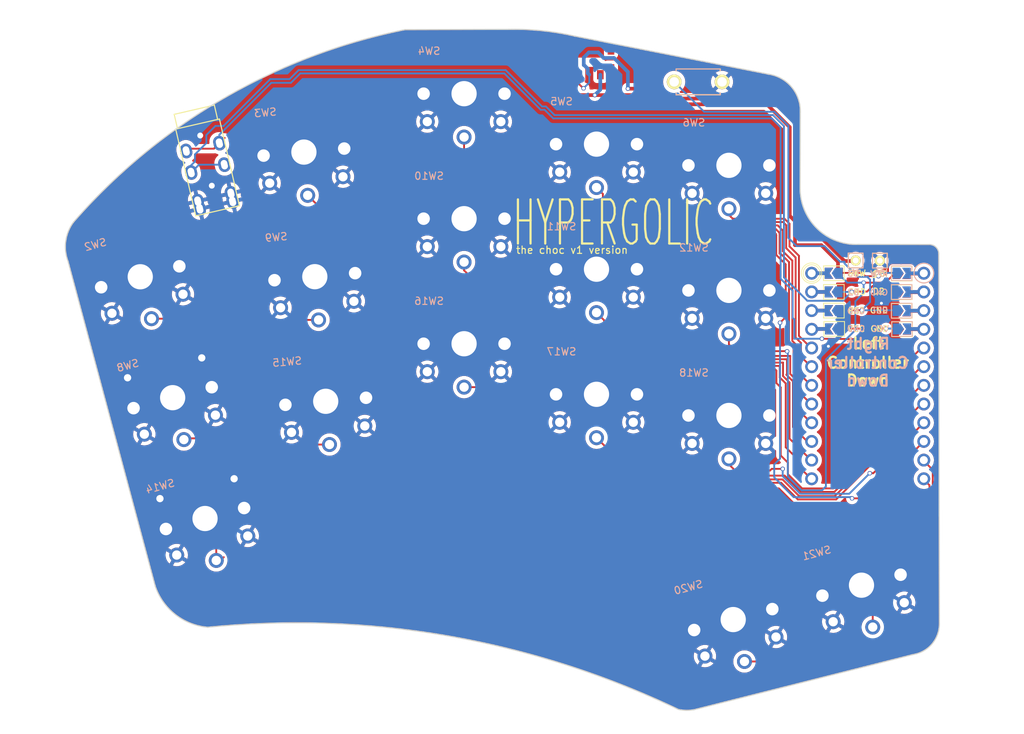
<source format=kicad_pcb>
(kicad_pcb (version 20240108) (generator "pcbnew") (generator_version "8.0")
  (title_block (title "hypergolic") (date "2020-12-26") (rev "0.1") (company "broomlabs"))
  (layers (0 "F.Cu" signal) (31 "B.Cu" signal) (34 "B.Paste" user) (35 "F.Paste" user) (36 "B.SilkS" user "B.Silkscreen") (37 "F.SilkS" user "F.Silkscreen") (38 "B.Mask" user) (39 "F.Mask" user) (44 "Edge.Cuts" user))
  (net 0 "")
  (net 1 "reset")
  (net 2 "BT+")
  (net 3 "gnd")
  (net 4 "vcc")
  (net 5 "Switch18")
  (net 6 "Switch1")
  (net 7 "Switch2")
  (net 8 "Switch3")
  (net 9 "Switch4")
  (net 10 "Switch5")
  (net 11 "Switch6")
  (net 12 "Switch7")
  (net 13 "Switch8")
  (net 14 "Switch9")
  (net 15 "Switch10")
  (net 16 "Switch11")
  (net 17 "Switch12")
  (net 18 "Switch13")
  (net 19 "Switch14")
  (net 20 "Switch15")
  (net 21 "Switch16")
  (net 22 "Switch17")
  (net 23 "Net-(SW_POWER1-Pad1)")
  (net 24 "raw")
  (footprint "kbd:1pin_conn" (layer "F.Cu") (at 136.01 55.8)
    (property "Reference" "gnd")
    (property "Value" "MountingHole_Pad" (hide yes))
  )
  (footprint "kbd:ResetSW" (layer "F.Cu") (at 111.304 31.496)
    (property "Reference" "RSW1" (hide yes))
    (property "Value" "SW_Push" (hide yes))
  )
  (footprint "Kailh:SW_PG1350_rev_DPB2.1" (layer "F.Cu") (at 35.474366 57.988723 15)
    (property "Reference" "SW2" (hide yes))
    (property "Value" "SW_Push" (hide yes))
  )
  (footprint "Kailh:SW_PG1350_rev_DPB2.1" (layer "F.Cu") (at 57.719643 41.041588 5)
    (property "Reference" "SW3" (hide yes))
    (property "Value" "SW_Push" (hide yes))
  )
  (footprint "Kailh:SW_PG1350_rev_DPB2.1" (layer "F.Cu") (at 79.492 33.102)
    (property "Reference" "SW4" (hide yes))
    (property "Value" "SW_Push" (hide yes))
  )
  (footprint "Kailh:SW_PG1350_rev_DPB2.1" (layer "F.Cu") (at 97.492 39.962)
    (property "Reference" "SW5" (hide yes))
    (property "Value" "SW_Push" (hide yes))
  )
  (footprint "Kailh:SW_PG1350_rev_DPB2.1" (layer "F.Cu") (at 115.492 42.842)
    (property "Reference" "SW6" (hide yes))
    (property "Value" "SW_Push" (hide yes))
  )
  (footprint "Kailh:SW_PG1350_rev_DPB" (layer "F.Cu") (at 39.878 74.423309 15)
    (property "Reference" "SW8" (hide yes))
    (property "Value" "SW_Push" (hide yes))
  )
  (footprint "Kailh:SW_PG1350_rev_DPB2.1" (layer "F.Cu") (at 59.201231 57.97691 5)
    (property "Reference" "SW9" (hide yes))
    (property "Value" "SW_Push" (hide yes))
  )
  (footprint "Kailh:SW_PG1350_rev_DPB2.1" (layer "F.Cu") (at 79.492 50.092)
    (property "Reference" "SW10" (hide yes))
    (property "Value" "SW_Push" (hide yes))
  )
  (footprint "Kailh:SW_PG1350_rev_DPB2.1" (layer "F.Cu") (at 97.492 56.962)
    (property "Reference" "SW11" (hide yes))
    (property "Value" "SW_Push" (hide yes))
  )
  (footprint "Kailh:SW_PG1350_rev_DPB2.1" (layer "F.Cu") (at 115.492 59.842)
    (property "Reference" "SW12" (hide yes))
    (property "Value" "SW_Push" (hide yes))
  )
  (footprint "Kailh:SW_PG1350_rev_DPB" (layer "F.Cu") (at 44.279376 90.849566 15)
    (property "Reference" "SW14" (hide yes))
    (property "Value" "SW_Push" (hide yes))
  )
  (footprint "Kailh:SW_PG1350_rev_DPB2.1" (layer "F.Cu") (at 60.683304 74.917124 5)
    (property "Reference" "SW15" (hide yes))
    (property "Value" "SW_Push" (hide yes))
  )
  (footprint "Kailh:SW_PG1350_rev_DPB2.1" (layer "F.Cu") (at 79.492 67.092)
    (property "Reference" "SW16" (hide yes))
    (property "Value" "SW_Push" (hide yes))
  )
  (footprint "Kailh:SW_PG1350_rev_DPB2.1" (layer "F.Cu") (at 97.492 73.967)
    (property "Reference" "SW17" (hide yes))
    (property "Value" "SW_Push" (hide yes))
  )
  (footprint "Kailh:SW_PG1350_rev_DPB2.1" (layer "F.Cu") (at 115.492 76.842)
    (property "Reference" "SW18" (hide yes))
    (property "Value" "SW_Push" (hide yes))
  )
  (footprint "Kailh:SW_PG1350_rev_DPB2.1" (layer "F.Cu") (at 116.07677 104.584857 15)
    (property "Reference" "SW20" (hide yes))
    (property "Value" "SW_Push" (hide yes))
  )
  (footprint "Kailh:SW_PG1350_rev_DPB2.1" (layer "F.Cu") (at 133.511731 99.913172 15)
    (property "Reference" "SW21" (hide yes))
    (property "Value" "SW_Push" (hide yes))
  )
  (footprint "kbd:ProMicroSimpleJumperDPBnn2.5" (layer "F.Cu") (at 136.39 69.44935)
    (property "Reference" "U1" (hide yes))
    (property "Value" "ProMicro-kbd" (hide yes))
  )
  (footprint "kbd:1pin_conn" (layer "F.Cu") (at 132.72 55.78)
    (property "Reference" "+")
    (property "Value" "Val**" (hide yes))
  )
  (footprint "Kailh:SPDT_C128955r" (layer "F.Cu") (at 95.76 28.445)
    (property "Reference" "SW_POWER1" (hide yes))
    (property "Value" "SW_SPDT" (hide yes))
  )
  (footprint "Kailh:TRRS-PJ-DPB2" (layer "F.Cu") (at 43.265421 37.230417 13)
    (property "Reference" "Jack0" (hide yes))
    (property "Value" "TRRS" (hide yes))
  )
  (gr_circle (center 141.988431 57.49) (end 143.318431 57.34) (stroke (width 0.15)) (fill none) (layer "B.SilkS"))
  (gr_circle (center 126.72 57.495976) (end 128.082366 57.750708) (stroke (width 0.1)) (fill none) (layer "F.SilkS"))
  (gr_circle (center 126.73 57.502366) (end 127.872366 57.502366) (stroke (width 0.1)) (fill none) (layer "F.SilkS"))
  (gr_line (start 142.668156 53.604895) (end 133.049932 53.588662) (stroke (width 0.15)) (layer "Edge.Cuts"))
  (gr_line (start 125.176073 46.117042) (end 125.2 35.6) (stroke (width 0.15)) (layer "Edge.Cuts"))
  (gr_arc (start 25.654 55.88) (mid 25.34959 53.115084) (end 26.416 50.546) (stroke (width 0.15)) (layer "Edge.Cuts"))
  (gr_arc (start 44.658948 105.635228) (mid 40.250001 103.9) (end 37.508948 100.035228) (stroke (width 0.15)) (layer "Edge.Cuts"))
  (gr_arc (start 120.907799 30.45543) (mid 124.025178 32.217361) (end 125.2 35.6) (stroke (width 0.15)) (layer "Edge.Cuts"))
  (gr_arc (start 133.049932 53.588662) (mid 127.55 51.5) (end 125.176073 46.117042) (stroke (width 0.15)) (layer "Edge.Cuts"))
  (gr_line (start 85.597472 24.359567) (end 71.45 24.4) (stroke (width 0.15)) (layer "Edge.Cuts"))
  (gr_arc (start 144.103597 105.244622) (mid 143.05 107.95) (end 140.503597 109.344622) (stroke (width 0.15)) (layer "Edge.Cuts"))
  (gr_arc (start 44.658948 105.635228) (mid 77.411516 106.826288) (end 108.630014 116.804) (stroke (width 0.15)) (layer "Edge.Cuts"))
  (gr_arc (start 26.416 50.546) (mid 46.775378 33.756701) (end 71.45 24.4) (stroke (width 0.15)) (layer "Edge.Cuts"))
  (gr_line (start 144.103597 105.244622) (end 144.018 54.882422) (stroke (width 0.15)) (layer "Edge.Cuts"))
  (gr_arc (start 85.597472 24.359567) (mid 90.089815 24.540232) (end 94.525607 25.273399) (stroke (width 0.15)) (layer "Edge.Cuts"))
  (gr_line (start 110.744 116.84) (end 140.503597 109.344622) (stroke (width 0.15)) (layer "Edge.Cuts"))
  (gr_line (start 120.907799 30.45543) (end 94.525607 25.273399) (stroke (width 0.15)) (layer "Edge.Cuts"))
  (gr_arc (start 142.668156 53.604895) (mid 143.621004 53.95) (end 144.018 54.882422) (stroke (width 0.15)) (layer "Edge.Cuts"))
  (gr_arc (start 110.744 116.84) (mid 109.685261 116.924509) (end 108.630014 116.804) (stroke (width 0.15)) (layer "Edge.Cuts"))
  (gr_line (start 25.654 55.88) (end 37.508948 100.035228) (stroke (width 0.15)) (layer "Edge.Cuts"))
  (gr_text "Controller\nDown" (at 134.37 70.9 0) (layer "B.SilkS") (effects (font (size 1.5 1.5) (thickness 0.3)) (justify mirror)))
  (gr_text "Right" (at 134.44 67.11 0) (layer "B.SilkS") (effects (font (size 1.5 1.5) (thickness 0.3)) (justify mirror)))
  (gr_text "Controller\nDown" (at 134.38 70.88 0) (layer "F.SilkS") (effects (font (size 1.5 1.5) (thickness 0.3))))
  (gr_text "HYPERGOLIC" (at 85.9 50.71 0) (layer "F.SilkS") (effects (font (size 6 3) (thickness 0.3) (bold yes)) (justify left)))
  (gr_text "Left" (at 134.44 67.02 0) (layer "F.SilkS") (effects (font (size 1.5 1.5) (thickness 0.3))))
  (gr_text "the choc v1 version" (at 86.47 54.94 0) (layer "F.SilkS") (effects (font (size 1 1)) (justify left bottom)))
  (segment (start 133.56 62.54) (end 130.32 62.54) (width 0.25) (layer "F.Cu") (net 1))
  (via (at 133.56 62.54) (size 0.6) (drill 0.4) (layers "F.Cu" "B.Cu") (net 1))
  (segment (start 134.685 58.385) (end 134.685 61.415) (width 0.25) (layer "B.Cu") (net 1))
  (segment (start 123.57 37.464) (end 123.57 52.6926) (width 0.25) (layer "B.Cu") (net 1))
  (segment (start 134.4 57.996942) (end 134.4 58.1) (width 0.25) (layer "B.Cu") (net 1))
  (segment (start 131.2 56.17) (end 133.026942 57.996942) (width 0.25) (layer "B.Cu") (net 1))
  (segment (start 108.054 31.496) (end 112.118 35.56) (width 0.25) (layer "B.Cu") (net 1))
  (segment (start 133.56 62.54) (end 138.07 62.54) (width 0.25) (layer "B.Cu") (net 1))
  (segment (start 134.4 58.1) (end 134.685 58.385) (width 0.25) (layer "B.Cu") (net 1))
  (segment (start 131.2 55.95) (end 131.2 56.17) (width 0.25) (layer "B.Cu") (net 1))
  (segment (start 134.685 61.415) (end 133.56 62.54) (width 0.25) (layer "B.Cu") (net 1))
  (segment (start 123.57 52.6926) (end 124.6987 53.8213) (width 0.25) (layer "B.Cu") (net 1))
  (segment (start 130.617342 55.95) (end 131.2 55.95) (width 0.25) (layer "B.Cu") (net 1))
  (segment (start 124.6987 53.8213) (end 128.488642 53.8213) (width 0.25) (layer "B.Cu") (net 1))
  (segment (start 121.666 35.56) (end 123.57 37.464) (width 0.25) (layer "B.Cu") (net 1))
  (segment (start 133.026942 57.996942) (end 134.4 57.996942) (width 0.25) (layer "B.Cu") (net 1))
  (segment (start 128.488642 53.8213) (end 130.617342 55.95) (width 0.25) (layer "B.Cu") (net 1))
  (segment (start 112.118 35.56) (end 121.666 35.56) (width 0.25) (layer "B.Cu") (net 1))
  (segment (start 95.01 30.52) (end 95.01 31.69) (width 0.25) (layer "F.Cu") (net 2))
  (segment (start 95.73 32.41) (end 95.7 32.38) (width 0.25) (layer "F.Cu") (net 2))
  (segment (start 106.95401 33.76199) (end 122.40799 33.76199) (width 0.5) (layer "F.Cu") (net 2))
  (segment (start 95.01 31.69) (end 95.69 32.37) (width 0.25) (layer "F.Cu") (net 2))
  (segment (start 95.73 32.37) (end 95.73 32.41) (width 0.25) (layer "F.Cu") (net 2))
  (segment (start 105.611353 32.419333) (end 106.95401 33.76199) (width 0.5) (layer "F.Cu") (net 2))
  (segment (start 131.19995 55.85) (end 132.246 55.85) (width 0.5) (layer "F.Cu") (net 2))
  (segment (start 122.40799 33.76199) (end 124.46 35.814) (width 0.5) (layer "F.Cu") (net 2))
  (segment (start 124.46 49.11005) (end 131.19995 55.85) (width 0.5) (layer "F.Cu") (net 2))
  (segment (start 101.761333 32.419333) (end 105.611353 32.419333) (width 0.5) (layer "F.Cu") (net 2))
  (segment (start 95.69 32.37) (end 95.73 32.37) (width 0.25) (layer "F.Cu") (net 2))
  (segment (start 124.46 35.814) (end 124.46 49.11005) (width 0.5) (layer "F.Cu") (net 2))
  (via (at 95.73 32.37) (size 0.6) (drill 0.4) (layers "F.Cu" "B.Cu") (net 2))
  (via (at 101.761333 32.419333) (size 0.6) (drill 0.4) (layers "F.Cu" "B.Cu") (net 2))
  (segment (start 101.761333 32.419333) (end 101.761333 30.141331) (width 0.5) (layer "B.Cu") (net 2))
  (segment (start 96.454 27.498) (end 95.758 28.194) (width 0.5) (layer "B.Cu") (net 2))
  (segment (start 96.508 31.592) (end 95.73 32.37) (width 0.25) (layer "B.Cu") (net 2))
  (segment (start 101.761333 30.141331) (end 99.868003 28.248001) (width 0.5) (layer "B.Cu") (net 2))
  (segment (start 99.868003 28.248001) (end 98.464003 28.248001) (width 0.5) (layer "B.Cu") (net 2))
  (segment (start 95.758 28.194) (end 95.758 29.21) (width 0.5) (layer "B.Cu") (net 2))
  (segment (start 95.758 29.21) (end 95.8 29.21) (width 0.5) (layer "B.Cu") (net 2))
  (segment (start 96.508 30.523) (end 96.508 31.592) (width 0.25) (layer "B.Cu") (net 2))
  (segment (start 98.464003 28.248001) (end 97.714002 27.498) (width 0.5) (layer "B.Cu") (net 2))
  (segment (start 97.714002 27.498) (end 96.454 27.498) (width 0.5) (layer "B.Cu") (net 2))
  (segment (start 95.8 29.21) (end 96.308 29.718) (width 0.5) (layer "B.Cu") (net 2))
  (segment (start 96.308 29.718) (end 96.308 30.323) (width 0.5) (layer "B.Cu") (net 2))
  (segment (start 96.308 30.323) (end 96.508 30.523) (width 0.5) (layer "B.Cu") (net 2))
  (segment (start 96.432999 30.447999) (end 96.508 30.523) (width 0.25) (layer "B.Cu") (net 2))
  (segment (start 135.52435 67.9) (end 138.305 65.11935) (width 0.25) (layer "F.Cu") (net 3))
  (segment (start 129.47 67.9) (end 135.52435 67.9) (width 0.25) (layer "F.Cu") (net 3))
  (segment (start 129.01 67.44) (end 129.47 67.9) (width 0.25) (layer "F.Cu") (net 3))
  (segment (start 136.22 61.59) (end 137.22065 61.59) (width 0.25) (layer "F.Cu") (net 3))
  (segment (start 137.22065 61.59) (end 138.26 62.62935) (width 0.25) (layer "F.Cu") (net 3))
  (via (at 136.22 61.59) (size 0.6) (drill 0.4) (layers "F.Cu" "B.Cu") (net 3))
  (via (at 129.01 67.44) (size 0.6) (drill 0.4) (layers "F.Cu" "B.Cu") (net 3))
  (segment (start 138.235 60.04935) (end 136.71435 61.57) (width 0.25) (layer "B.Cu") (net 3))
  (segment (start 135.195 60.565) (end 135.195 56.615) (width 0.25) (layer "B.Cu") (net 3))
  (segment (start 129.12 67.44) (end 129.01 67.44) (width 0.25) (layer "B.Cu") (net 3))
  (segment (start 136.22 61.59) (end 136.2 61.57) (width 0.25) (layer "B.Cu") (net 3))
  (segment (start 130.505 66.055) (end 129.12 67.44) (width 0.25) (layer "B.Cu") (net 3))
  (segment (start 129.01 67.44) (end 129.01 67.55) (width 0.25) (layer "B.Cu") (net 3))
  (segment (start 136.22 61.59) (end 135.195 60.565) (width 0.25) (layer "B.Cu") (net 3))
  (segment (start 136.2 61.57) (end 136.16 61.57) (width 0.25) (layer "B.Cu") (net 3))
  (segment (start 129.01 67.55) (end 129.12 67.44) (width 0.25) (layer "B.Cu") (net 3))
  (segment (start 135.195 56.615) (end 136.01 55.8) (width 0.25) (layer "B.Cu") (net 3))
  (segment (start 136.71435 61.57) (end 136.24 61.57) (width 0.25) (layer "B.Cu") (net 3))
  (segment (start 136.24 61.57) (end 136.22 61.59) (width 0.25) (layer "B.Cu") (net 3))
  (segment (start 130.505 65.07935) (end 130.505 66.055) (width 0.25) (layer "B.Cu") (net 3))
  (segment (start 134.54 65.03) (end 133.10195 66.46805) (width 0.25) (layer "F.Cu") (net 4))
  (segment (start 136.86 65.03) (end 130.275 65.03) (width 0.25) (layer "F.Cu") (net 4))
  (segment (start 133.10195 66.46805) (end 128.13 66.41) (width 0.25) (layer "F.Cu") (net 4))
  (segment (start 45.477328 40.58) (end 46.947237 39.110091) (width 0.25) (layer "F.Cu") (net 4))
  (segment (start 42.031506 40.58) (end 45.477328 40.58) (width 0.25) (layer "F.Cu") (net 4))
  (segment (start 128.13 66.41) (end 128.16805 66.46805) (width 0.25) (layer "F.Cu") (net 4))
  (segment (start 136.86 65.03) (end 134.54 65.03) (width 0.25) (layer "F.Cu") (net 4))
  (segment (start 41.719481 40.892025) (end 42.031506 40.58) (width 0.25) (layer "F.Cu") (net 4))
  (segment (start 134.54 65.03) (end 133.68 65.03) (width 0.25) (layer "F.Cu") (net 4))
  (via (at 136.86 65.03) (size 0.6) (drill 0.4) (layers "F.Cu" "B.Cu") (net 4))
  (via (at 128.13 66.41) (size 0.6) (drill 0.4) (layers "F.Cu" "B.Cu") (net 4))
  (segment (start 124.39 66.41) (end 124.39 63.81) (width 0.25) (layer "B.Cu") (net 4))
  (segment (start 136.86 65.03) (end 138.025 65.03) (width 0.25) (layer "B.Cu") (net 4))
  (segment (start 122.52 37.686792) (end 121.293208 36.46) (width 0.25) (layer "B.Cu") (net 4))
  (segment (start 122.52 57.24) (end 122.52 37.686792) (width 0.25) (layer "B.Cu") (net 4))
  (segment (start 55.955 31.625) (end 53.285 31.625) (width 0.25) (layer "B.Cu") (net 4))
  (segment (start 57.23 30.35) (end 55.955 31.625) (width 0.25) (layer "B.Cu") (net 4))
  (segment (start 122.52 57.879604) (end 122.52 57.24) (width 0.25) (layer "B.Cu") (net 4))
  (segment (start 124.39 63.81) (end 124.16 63.58) (width 0.25) (layer "B.Cu") (net 4))
  (segment (start 128.13 66.41) (end 124.39 66.41) (width 0.25) (layer "B.Cu") (net 4))
  (segment (start 124.16 63.58) (end 124.16 59.896396) (width 0.25) (layer "B.Cu") (net 4))
  (segment (start 84.963604 30.35) (end 57.23 30.35) (width 0.25) (layer "B.Cu") (net 4))
  (segment (start 110.58 36.46) (end 91.69 36.46) (width 0.25) (layer "B.Cu") (net 4))
  (segment (start 53.285 31.625) (end 46.226315 38.683685) (width 0.25) (layer "B.Cu") (net 4))
  (segment (start 89.903604 35.29) (end 84.963604 30.35) (width 0.25) (layer "B.Cu") (net 4))
  (segment (start 91.69 36.46) (end 91.603604 36.46) (width 0.25) (layer "B.Cu") (net 4))
  (segment (start 121.293208 36.46) (end 110.58 36.46) (width 0.25) (layer "B.Cu") (net 4))
  (segment (start 122.52 57.24) (end 122.52 58.256396) (width 0.25) (layer "B.Cu") (net 4))
  (segment (start 122.52 58.256396) (end 124.16 59.896396) (width 0.25) (layer "B.Cu") (net 4))
  (segment (start 46.226315 38.683685) (end 46.226315 39.831013) (width 0.25) (layer "B.Cu") (net 4))
  (segment (start 90.433604 35.29) (end 89.903604 35.29) (width 0.25) (layer "B.Cu") (net 4))
  (segment (start 91.603604 36.46) (end 90.433604 35.29) (width 0.25) (layer "B.Cu") (net 4))
  (segment (start 135.04 59.24) (end 134.28 60) (width 0.25) (layer "F.Cu") (net 5))
  (segment (start 132.22 60) (end 134.28 60) (width 0.25) (layer "F.Cu") (net 5))
  (segment (start 138.26 60.08935) (end 137.41065 59.24) (width 0.25) (layer "F.Cu") (net 5))
  (segment (start 132.18 60.04) (end 132.22 60) (width 0.25) (layer "F.Cu") (net 5))
  (segment (start 137.41065 59.24) (end 135.04 59.24) (width 0.25) (layer "F.Cu") (net 5))
  (via (at 132.18 60.04) (size 0.6) (drill 0.4) (layers "F.Cu" "B.Cu") (net 5))
  (segment (start 130.46 60.04935) (end 132.17065 60.04935) (width 0.25) (layer "B.Cu") (net 5))
  (segment (start 44.455 38.725) (end 45.69 37.49) (width 0.25) (layer "B.Cu") (net 5))
  (segment (start 44.455 39.815) (end 44.455 38.725) (width 0.25) (layer "B.Cu") (net 5))
  (segment (start 46.78 37.49) (end 53.15 31.12) (width 0.25) (layer "B.Cu") (net 5))
  (segment (start 43.455346 42.754124) (end 42.394335 43.815135) (width 0.25) (layer "B.Cu") (net 5))
  (segment (start 130.96935 61.25065) (end 132.18 60.04) (width 0.25) (layer "B.Cu") (net 5))
  (segment (start 57 29.9) (end 85.15 29.9) (width 0.25) (layer "B.Cu") (net 5))
  (segment (start 42.394335 43.815135) (end 42.394335 42.837101) (width 0.25) (layer "B.Cu") (net 5))
  (segment (start 90.09 34.84) (end 90.62 34.84) (width 0.25) (layer "B.Cu") (net 5))
  (segment (start 46.901168 42.754124) (end 43.455346 42.754124) (width 0.25) (layer "B.Cu") (net 5))
  (segment (start 42.911436 42.32) (end 42.911436 41.358564) (width 0.25) (layer "B.Cu") (net 5))
  (segment (start 55.78 31.12) (end 57 29.9) (width 0.25) (layer "B.Cu") (net 5))
  (segment (start 122.97 58.07) (end 126.15065 61.25065) (width 0.25) (layer "B.Cu") (net 5))
  (segment (start 122.97 37.500396) (end 122.97 58.07) (width 0.25) (layer "B.Cu") (net 5))
  (segment (start 85.15 29.9) (end 90.09 34.84) (width 0.25) (layer "B.Cu") (net 5))
  (segment (start 42.911436 41.358564) (end 44.455 39.815) (width 0.25) (layer "B.Cu") (net 5))
  (segment (start 42.394335 42.837101) (end 42.911436 42.32) (width 0.25) (layer "B.Cu") (net 5))
  (segment (start 53.15 31.12) (end 55.78 31.12) (width 0.25) (layer "B.Cu") (net 5))
  (segment (start 126.15065 61.25065) (end 130.96935 61.25065) (width 0.25) (layer "B.Cu") (net 5))
  (segment (start 45.69 37.49) (end 46.78 37.49) (width 0.25) (layer "B.Cu") (net 5))
  (segment (start 132.17065 60.04935) (end 132.18 60.04) (width 0.25) (layer "B.Cu") (net 5))
  (segment (start 132.18 60.04) (end 132.32 59.9) (width 0.25) (layer "B.Cu") (net 5))
  (segment (start 90.62 34.84) (end 91.79 36.01) (width 0.25) (layer "B.Cu") (net 5))
  (segment (start 121.479604 36.01) (end 122.97 37.500396) (width 0.25) (layer "B.Cu") (net 5))
  (segment (start 91.79 36.01) (end 121.479604 36.01) (width 0.25) (layer "B.Cu") (net 5))
  (segment (start 123.21 56.308114) (end 123.21 63.47) (width 0.25) (layer "F.Cu") (net 6))
  (segment (start 121.928762 52.332762) (end 121.928762 55.06) (width 0.25) (layer "F.Cu") (net 6))
  (segment (start 85.459912 42.28204) (end 86.61359 43.435718) (width 0.25) (layer "F.Cu") (net 6))
  (segment (start 45.212 60.706) (end 50.038 60.706) (width 0.25) (layer "F.Cu") (net 6))
  (segment (start 121.86701 52.14542) (end 121.86701 52.27101) (width 0.25) (layer "F.Cu") (net 6))
  (segment (start 50.038 60.706) (end 50.8 59.944) (width 0.25) (layer "F.Cu") (net 6))
  (segment (start 121.86701 52.27101) (end 121.928762 52.332762) (width 0.25) (layer "F.Cu") (net 6))
  (segment (start 121.928762 55.06) (end 121.961886 55.06) (width 0.25) (layer "F.Cu") (net 6))
  (segment (start 141.98 80.36935) (end 134.23935 88.11) (width 0.25) (layer "F.Cu") (net 6))
  (segment (start 121.961886 55.06) (end 123.21 56.308114) (width 0.25) (layer "F.Cu") (net 6))
  (segment (start 63.76545 48.63096) (end 66.617009 45.779401) (width 0.25) (layer "F.Cu") (net 6))
  (segment (start 50.8 59.944) (end 50.8 50.038) (width 0.25) (layer "F.Cu") (net 6))
  (segment (start 132.23 88.11) (end 132.36 88.11) (width 0.25) (layer "F.Cu") (net 6))
  (segment (start 66.617009 45.779401) (end 66.61701 43.4934) (width 0.25) (layer "F.Cu") (net 6))
  (segment (start 86.61359 43.435718) (end 86.61359 43.43641) (width 0.25) (layer "F.Cu") (net 6))
  (segment (start 50.8 50.038) (end 52.20704 48.63096) (width 0.25) (layer "F.Cu") (net 6))
  (segment (start 52.20704 48.63096) (end 63.76545 48.63096) (width 0.25) (layer "F.Cu") (net 6))
  (segment (start 91.8292 48.65202) (end 108.08802 48.65202) (width 0.25) (layer "F.Cu") (net 6))
  (segment (start 42.230315 63.687685) (end 45.212 60.706) (width 0.25) (layer "F.Cu") (net 6))
  (segment (start 67.82837 42.28204) (end 85.459912 42.28204) (width 0.25) (layer "F.Cu") (net 6))
  (segment (start 37.001398 63.687685) (end 42.230315 63.687685) (width 0.25) (layer "F.Cu") (net 6))
  (segment (start 123.21 63.47) (end 122.44 64.24) (width 0.25) (layer "F.Cu") (net 6))
  (segment (start 66.61701 43.4934) (end 67.82837 42.28204) (width 0.25) (layer "F.Cu") (net 6))
  (segment (start 86.61359 43.43641) (end 91.8292 48.65202) (width 0.25) (layer "F.Cu") (net 6))
  (segment (start 134.23935 88.11) (end 132.23 88.11) (width 0.25) (layer "F.Cu") (net 6))
  (segment (start 111.336835 51.900835) (end 121.622425 51.900835) (width 0.25) (layer "F.Cu") (net 6))
  (segment (start 108.08802 48.65202) (end 111.336835 51.900835) (width 0.25) (layer "F.Cu") (net 6))
  (segment (start 121.622425 51.900835) (end 121.86701 52.14542) (width 0.25) (layer "F.Cu") (net 6))
  (via (at 132.23 88.11) (size 0.6) (drill 0.4) (layers "F.Cu" "B.Cu") (net 6))
  (via (at 122.44 64.24) (size 0.6) (drill 0.4) (layers "F.Cu" "B.Cu") (net 6))
  (segment (start 132.062859 87.942859) (end 132.23 88.11) (width 0.25) (layer "B.Cu") (net 6))
  (segment (start 121.65 83.5) (end 121.65 85.25) (width 0.25) (layer "B.Cu") (net 6))
  (segment (start 121.65 85.25) (end 122.45 86.05) (width 0.25) (layer "B.Cu") (net 6))
  (segment (start 122.4366 64.2706) (end 122.4366 82.7134) (width 0.25) (layer "B.Cu") (net 6))
  (segment (start 122.45 86.1) (end 124.292859 87.942859) (width 0.25) (layer "B.Cu") (net 6))
  (segment (start 122.4366 82.7134) (end 121.65 83.5) (width 0.25) (layer "B.Cu") (net 6))
  (segment (start 124.292859 87.942859) (end 132.062859 87.942859) (width 0.25) (layer "B.Cu") (net 6))
  (segment (start 122.45 86.05) (end 122.45 86.1) (width 0.25) (layer "B.Cu") (net 6))
  (segment (start 66.167 43.307) (end 67.64148 41.83252) (width 0.25) (layer "F.Cu") (net 7))
  (segment (start 122.378282 52.020282) (end 122.378282 54.84) (width 0.25) (layer "F.Cu") (net 7))
  (segment (start 122.329 51.971) (end 122.378282 52.020282) (width 0.25) (layer "F.Cu") (net 7))
  (segment (start 123.66 66.895718) (end 123.837141 67.072859) (width 0.25) (layer "F.Cu") (net 7))
  (segment (start 123.837141 67.072859) (end 124.27768 67.513398) (width 0.25) (layer "F.Cu") (net 7))
  (segment (start 122.329 51.971) (end 122.378772 52.020772) (width 0.25) (layer "F.Cu") (net 7))
  (segment (start 121.808825 51.450825) (end 122.329 51.971) (width 0.25) (layer "F.Cu") (net 7))
  (segment (start 59.496165 48.18144) (end 63.57856 48.18144) (width 0.25) (layer "F.Cu") (net 7))
  (segment (start 123.66 55.99) (end 123.66 66.895718) (width 0.25) (layer "F.Cu") (net 7))
  (segment (start 85.64611 41.83252) (end 92.0156 48.20201) (width 0.25) (layer "F.Cu") (net 7))
  (segment (start 67.64148 41.83252) (end 85.64611 41.83252) (width 0.25) (layer "F.Cu") (net 7))
  (segment (start 125.1572 73.7928) (end 126.5414 75.177) (width 0.25) (layer "F.Cu") (net 7))
  (segment (start 57.931865 46.61714) (end 59.496165 48.18144) (width 0.25) (layer "F.Cu") (net 7))
  (segment (start 122.51 54.84) (end 123.66 55.99) (width 0.25) (layer "F.Cu") (net 7))
  (segment (start 122.378282 54.84) (end 122.51 54.84) (width 0.25) (layer "F.Cu") (net 7))
  (segment (start 108.39719 48.20201) (end 111.646005 51.450825) (width 0.25) (layer "F.Cu") (net 7))
  (segment (start 124.359341 71.090659) (end 125.1572 71.888518) (width 0.25) (layer "F.Cu") (net 7))
  (segment (start 66.167 45.593) (end 66.167 43.307) (width 0.25) (layer "F.Cu") (net 7))
  (segment (start 124.27768 67.513398) (end 124.27768 71.008997) (width 0.25) (layer "F.Cu") (net 7))
  (segment (start 111.646005 51.450825) (end 121.808825 51.450825) (width 0.25) (layer "F.Cu") (net 7))
  (segment (start 63.57856 48.18144) (end 66.167 45.593) (width 0.25) (layer "F.Cu") (net 7))
  (segment (start 92.0156 48.20201) (end 108.39719 48.20201) (width 0.25) (layer "F.Cu") (net 7))
  (segment (start 124.27768 71.008997) (end 124.359341 71.090659) (width 0.25) (layer "F.Cu") (net 7))
  (segment (start 125.1572 71.888518) (end 125.1572 73.7928) (width 0.25) (layer "F.Cu") (net 7))
  (segment (start 124.7272 67.3272) (end 124.11 66.71) (width 0.25) (layer "F.Cu") (net 8))
  (segment (start 111.832405 51.000815) (end 108.58359 47.752) (width 0.25) (layer "F.Cu") (net 8))
  (segment (start 124.7272 70.8228) (end 124.7272 67.3272) (width 0.25) (layer "F.Cu") (net 8))
  (segment (start 92.202 47.752) (end 85.833 41.383) (width 0.25) (layer "F.Cu") (net 8))
  (segment (start 85.833 41.383) (end 80.245 41.383) (width 0.25) (layer "F.Cu") (net 8))
  (segment (start 124.11 66.71) (end 124.11 55.801218) (width 0.25) (layer "F.Cu") (net 8))
  (segment (start 79.492 40.63) (end 79.492 39.002) (width 0.25) (layer "F.Cu") (net 8))
  (segment (start 126.5414 72.637) (end 124.7272 70.8228) (width 0.25) (layer "F.Cu") (net 8))
  (segment (start 124.11 55.801218) (end 122.828782 54.52) (width 0.25) (layer "F.Cu") (net 8))
  (segment (start 122.120815 51.000815) (end 111.832405 51.000815) (width 0.25) (layer "F.Cu") (net 8))
  (segment (start 122.828782 54.52) (end 122.828782 51.708782) (width 0.25) (layer "F.Cu") (net 8))
  (segment (start 108.58359 47.752) (end 92.202 47.752) (width 0.25) (layer "F.Cu") (net 8))
  (segment (start 122.828782 51.708782) (end 122.120815 51.000815) (width 0.25) (layer "F.Cu") (net 8))
  (segment (start 80.245 41.383) (end 79.492 40.63) (width 0.25) (layer "F.Cu") (net 8))
  (segment (start 108.76999 47.30199) (end 112.018805 50.550805) (width 0.25) (layer "F.Cu") (net 9))
  (segment (start 122.859019 50.550805) (end 123.278791 50.970577) (width 0.25) (layer "F.Cu") (net 9))
  (segment (start 96.992 45.362) (end 98.35599 46.72599) (width 0.25) (layer "F.Cu") (net 9))
  (segment (start 125.2784 68.834) (end 126.5414 70.097) (width 0.25) (layer "F.Cu") (net 9))
  (segment (start 98.35599 47.30199) (end 108.76999 47.30199) (width 0.25) (layer "F.Cu") (net 9))
  (segment (start 125.2784 66.9784) (end 125.2784 68.834) (width 0.25) (layer "F.Cu") (net 9))
  (segment (start 124.56 66.26) (end 125.2784 66.9784) (width 0.25) (layer "F.Cu") (net 9))
  (segment (start 123.278791 50.970577) (end 123.278791 54.098791) (width 0.25) (layer "F.Cu") (net 9))
  (segment (start 124.56 55.38) (end 124.56 66.26) (width 0.25) (layer "F.Cu") (net 9))
  (segment (start 123.278791 54.098791) (end 124.56 55.38) (width 0.25) (layer "F.Cu") (net 9))
  (segment (start 112.018805 50.550805) (end 122.859019 50.550805) (width 0.25) (layer "F.Cu") (net 9))
  (segment (start 98.35599 46.72599) (end 98.35599 47.30199) (width 0.25) (layer "F.Cu") (net 9))
  (segment (start 115.761205 49.846795) (end 116.015205 50.100795) (width 0.25) (layer "F.Cu") (net 10))
  (segment (start 125.01 55.141199) (end 125.01 66.0256) (width 0.25) (layer "F.Cu") (net 10))
  (segment (start 123.728801 50.784177) (end 123.728801 53.86) (width 0.25) (layer "F.Cu") (net 10))
  (segment (start 115.492 49.57759) (end 115.761205 49.846795) (width 0.25) (layer "F.Cu") (net 10))
  (segment (start 123.728801 53.86) (end 125.01 55.141199) (width 0.25) (layer "F.Cu") (net 10))
  (segment (start 123.045419 50.100795) (end 123.728801 50.784177) (width 0.25) (layer "F.Cu") (net 10))
  (segment (start 125.01 66.0256) (end 126.5414 67.557) (width 0.25) (layer "F.Cu") (net 10))
  (segment (start 116.015205 50.100795) (end 123.045419 50.100795) (width 0.25) (layer "F.Cu") (net 10))
  (segment (start 110.377854 65.898146) (end 106.172 61.692293) (width 0.25) (layer "F.Cu") (net 11))
  (segment (start 85.27233 42.73156) (end 68.01844 42.73156) (width 0.25) (layer "F.Cu") (net 11))
  (segment (start 51.25001 62.785688) (end 52.00148 63.537158) (width 0.25) (layer "F.Cu") (net 11))
  (segment (start 123.82816 71.195196) (end 124.70768 72.074716) (width 0.25) (layer "F.Cu") (net 11))
  (segment (start 110.796717 66.31701) (end 110.377854 65.898146) (width 0.25) (layer "F.Cu") (net 11))
  (segment (start 124.6372 75.8128) (end 126.5414 77.717) (width 0.25) (layer "F.Cu") (net 11))
  (segment (start 68.01844 42.73156) (end 67.067018 43.682982) (width 0.25) (layer "F.Cu") (net 11))
  (segment (start 110.377854 65.898146) (end 113.229708 68.75) (width 0.25) (layer "F.Cu") (net 11))
  (segment (start 106.172 61.692293) (end 106.172 49.53) (width 0.25) (layer "F.Cu") (net 11))
  (segment (start 91.642799 49.102029) (end 85.27233 42.73156) (width 0.25) (layer "F.Cu") (net 11))
  (segment (start 113.229708 68.75) (end 123.82816 68.75) (width 0.25) (layer "F.Cu") (net 11))
  (segment (start 67.067018 43.682982) (end 67.067018 45.965802) (width 0.25) (layer "F.Cu") (net 11))
  (segment (start 52.134897 49.340205) (end 52.134205 49.340205) (width 0.25) (layer "F.Cu") (net 11))
  (segment (start 106.172 49.53) (end 105.74403 49.10203) (width 0.25) (layer "F.Cu") (net 11))
  (segment (start 52.00148 73.924966) (end 45.975083 79.951363) (width 0.25) (layer "F.Cu") (net 11))
  (segment (start 123.82816 68.75) (end 123.82816 71.195196) (width 0.25) (layer "F.Cu") (net 11))
  (segment (start 124.70768 72.074716) (end 124.70768 75.74232) (width 0.25) (layer "F.Cu") (net 11))
  (segment (start 52.394622 49.08048) (end 52.134897 49.340205) (width 0.25) (layer "F.Cu") (net 11))
  (segment (start 45.975083 79.951363) (end 41.829832 79.951363) (width 0.25) (layer "F.Cu") (net 11))
  (segment (start 51.25001 50.2244) (end 51.25001 62.785688) (width 0.25) (layer "F.Cu") (net 11))
  (segment (start 52.00148 63.537158) (end 52.00148 73.924966) (width 0.25) (layer "F.Cu") (net 11))
  (segment (start 124.70768 75.74232) (end 124.6372 75.8128) (width 0.25) (layer "F.Cu") (net 11))
  (segment (start 67.067018 45.965802) (end 63.95234 49.08048) (width 0.25) (layer "F.Cu") (net 11))
  (segment (start 63.95234 49.08048) (end 52.394622 49.08048) (width 0.25) (layer "F.Cu") (net 11))
  (segment (start 52.134205 49.340205) (end 51.25001 50.2244) (width 0.25) (layer "F.Cu") (net 11))
  (segment (start 105.74403 49.10203) (end 91.642799 49.102029) (width 0.25) (layer "F.Cu") (net 11))
  (segment (start 105.72199 49.7164) (end 105.721991 61.878694) (width 0.25) (layer "F.Cu") (net 12))
  (segment (start 67.564 43.836) (end 68.21892 43.18108) (width 0.25) (layer "F.Cu") (net 12))
  (segment (start 67.564 46.228) (end 64.262 49.53) (width 0.25) (layer "F.Cu") (net 12))
  (segment (start 124.18768 72.331394) (end 124.18768 78.414759) (width 0.25) (layer "F.Cu") (net 12))
  (segment (start 51.70002 62.59998) (end 52.532313 63.432273) (width 0.25) (layer "F.Cu") (net 12))
  (segment (start 123.37864 71.22136) (end 123.298623 71.301377) (width 0.25) (layer "F.Cu") (net 12))
  (segment (start 67.564 44.196) (end 67.564 44.45) (width 0.25) (layer "F.Cu") (net 12))
  (segment (start 91.4564 49.552038) (end 105.557628 49.552038) (width 0.25) (layer "F.Cu") (net 12))
  (segment (start 52.532313 63.432273) (end 52.532313 63.432313) (width 0.25) (layer "F.Cu") (net 12))
  (segment (start 123.298623 71.301377) (end 124.25816 72.260914) (width 0.25) (layer "F.Cu") (net 12))
  (segment (start 52.532313 63.432313) (end 52.954459 63.854459) (width 0.25) (layer "F.Cu") (net 12))
  (segment (start 86.22718 44.32282) (end 91.4564 49.552038) (width 0.25) (layer "F.Cu") (net 12))
  (segment (start 113.05048 69.19952) (end 123.34952 69.19952) (width 0.25) (layer "F.Cu") (net 12))
  (segment (start 123.34952 69.19952) (end 123.37864 69.22864) (width 0.25) (layer "F.Cu") (net 12))
  (segment (start 123.37864 69.22864) (end 123.37864 71.22136) (width 0.25) (layer "F.Cu") (net 12))
  (segment (start 113.046649 69.203351) (end 113.05048 69.19952) (width 0.25) (layer "F.Cu") (net 12))
  (segment (start 126.049442 80.276521) (end 126.5414 80.276521) (width 0.25) (layer "F.Cu") (net 12))
  (segment (start 105.557628 49.552038) (end 105.72199 49.7164) (width 0.25) (layer "F.Cu") (net 12))
  (segment (start 105.721991 61.878694) (end 113.046649 69.203351) (width 0.25) (layer "F.Cu") (net 12))
  (segment (start 52.58082 49.53) (end 51.70002 50.4108) (width 0.25) (layer "F.Cu") (net 12))
  (segment (start 64.262 49.53) (end 52.58082 49.53) (width 0.25) (layer "F.Cu") (net 12))
  (segment (start 67.564 46.164) (end 67.564 46.228) (width 0.25) (layer "F.Cu") (net 12))
  (segment (start 124.18768 78.414759) (end 126.049442 80.276521) (width 0.25) (layer "F.Cu") (net 12))
  (segment (start 124.25816 72.260914) (end 124.18768 72.331394) (width 0.25) (layer "F.Cu") (net 12))
  (segment (start 52.954459 63.854459) (end 59.71545 63.854459) (width 0.25) (layer "F.Cu") (net 12))
  (segment (start 86.22718 44.322128) (end 86.22718 44.32282) (width 0.25) (layer "F.Cu") (net 12))
  (segment (start 85.086132 43.18108) (end 86.22718 44.322128) (width 0.25) (layer "F.Cu") (net 12))
  (segment (start 68.21892 43.18108) (end 85.086132 43.18108) (width 0.25) (layer "F.Cu") (net 12))
  (segment (start 67.564 44.45) (end 67.564 46.164) (width 0.25) (layer "F.Cu") (net 12))
  (segment (start 67.564 46.164) (end 67.564 43.836) (width 0.25) (layer "F.Cu") (net 12))
  (segment (start 51.70002 50.4108) (end 51.70002 62.59998) (width 0.25) (layer "F.Cu") (net 12))
  (segment (start 93.402993 64.447007) (end 96.665 61.185) (width 0.25) (layer "F.Cu") (net 13))
  (segment (start 79.492 55.992) (end 79.492 57.118) (width 0.25) (layer "F.Cu") (net 13))
  (segment (start 98.935 61.105) (end 101.895989 64.065989) (width 0.25) (layer "F.Cu") (net 13))
  (segment (start 96.665 61.105) (end 98.935 61.105) (width 0.25) (layer "F.Cu") (net 13))
  (segment (start 79.492 57.118) (end 80.54 58.166) (width 0.25) (layer "F.Cu") (net 13))
  (segment (start 87.122 58.166) (end 89.662 60.706) (width 0.25) (layer "F.Cu") (net 13))
  (segment (start 107.272877 64.065989) (end 112.859761 69.652871) (width 0.25) (layer "F.Cu") (net 13))
  (segment (start 122.846169 71.484641) (end 123.730764 72.369236) (width 0.25) (layer "F.Cu") (net 13))
  (segment (start 101.895989 64.065989) (end 107.272877 64.065989) (width 0.25) (layer "F.Cu") (net 13))
  (segment (start 80.54 58.166) (end 87.122 58.166) (width 0.25) (layer "F.Cu") (net 13))
  (segment (start 89.662 60.706014) (end 93.402993 64.447007) (width 0.25) (layer "F.Cu") (net 13))
  (segment (start 89.662 60.706) (end 89.662 60.706014) (width 0.25) (layer "F.Cu") (net 13))
  (segment (start 112.859761 69.652871) (end 122.846169 69.652871) (width 0.25) (layer "F.Cu") (net 13))
  (segment (start 122.846169 69.652871) (end 122.846169 71.484641) (width 0.25) (layer "F.Cu") (net 13))
  (segment (start 123.730764 72.369236) (end 123.730764 79.986364) (width 0.25) (layer "F.Cu") (net 13))
  (segment (start 96.665 61.185) (end 96.665 61.105) (width 0.25) (layer "F.Cu") (net 13))
  (segment (start 123.730764 79.986364) (end 126.5414 82.797) (width 0.25) (layer "F.Cu") (net 13))
  (segment (start 123.212905 81.162905) (end 123.212905 72.487094) (width 0.25) (layer "F.Cu") (net 14))
  (segment (start 98.529882 63.899882) (end 98.529882 64.515999) (width 0.25) (layer "F.Cu") (net 14))
  (segment (start 105.917999 64.515999) (end 98.529882 64.515999) (width 0.25) (layer "F.Cu") (net 14))
  (segment (start 112.672871 70.102391) (end 107.132434 64.561956) (width 0.25) (layer "F.Cu") (net 14))
  (segment (start 122.352391 70.102391) (end 112.672871 70.102391) (width 0.25) (layer "F.Cu") (net 14))
  (segment (start 123.212905 72.487094) (end 122.396649 71.670838) (width 0.25) (layer "F.Cu") (net 14))
  (segment (start 107.132434 64.561956) (end 105.963956 64.561956) (width 0.25) (layer "F.Cu") (net 14))
  (segment (start 122.396649 71.670838) (end 122.396649 70.146649) (width 0.25) (layer "F.Cu") (net 14))
  (segment (start 97.492 62.862) (end 98.529882 63.899882) (width 0.25) (layer "F.Cu") (net 14))
  (segment (start 105.963956 64.561956) (end 105.917999 64.515999) (width 0.25) (layer "F.Cu") (net 14))
  (segment (start 124.975 82.925) (end 123.212905 81.162905) (width 0.25) (layer "F.Cu") (net 14))
  (segment (start 126.5414 85.337) (end 124.975 83.7706) (width 0.25) (layer "F.Cu") (net 14))
  (segment (start 122.396649 70.146649) (end 122.352391 70.102391) (width 0.25) (layer "F.Cu") (net 14))
  (segment (start 124.975 83.7706) (end 124.975 82.925) (width 0.25) (layer "F.Cu") (net 14))
  (segment (start 136.765 58.79) (end 138.095 57.46) (width 0.25) (layer "F.Cu") (net 15))
  (segment (start 133.8 58.79) (end 136.765 58.79) (width 0.25) (layer "F.Cu") (net 15))
  (segment (start 123.4 68.1255) (end 123.3745 68.1) (width 0.25) (layer "F.Cu") (net 15))
  (segment (start 115.492 67.192) (end 116.4 68.1) (width 0.25) (layer "F.Cu") (net 15))
  (segment (start 123.3745 68.1) (end 116.4 68.1) (width 0.25) (layer "F.Cu") (net 15))
  (segment (start 115.492 65.742) (end 115.492 67.192) (width 0.25) (layer "F.Cu") (net 15))
  (via (at 133.8 58.79) (size 0.6) (drill 0.4) (layers "F.Cu" "B.Cu") (net 15))
  (via (at 123.4 68.1255) (size 0.6) (drill 0.4) (layers "F.Cu" "B.Cu") (net 15))
  (segment (start 128.132141 87.032141) (end 128.672141 86.492141) (width 0.25) (layer "B.Cu") (net 15))
  (segment (start 132.67935 65.23065) (end 132.67935 61.32065) (width 0.25) (layer "B.Cu") (net 15))
  (segment (start 133.8 58.79) (end 131.585 58.79) (width 0.25) (layer "B.Cu") (net 15))
  (segment (start 128.672141 69.237859) (end 132.67935 65.23065) (width 0.25) (layer "B.Cu") (net 15))
  (segment (start 131.585 58.79) (end 130.295 57.5) (width 0.25) (layer "B.Cu") (net 15))
  (segment (start 125.367859 87.032141) (end 128.132141 87.032141) (width 0.25) (layer "B.Cu") (net 15))
  (segment (start 123.4 68.1255) (end 123.5 68.2255) (width 0.25) (layer "B.Cu") (net 15))
  (segment (start 132.67935 61.32065) (end 133.8 60.2) (width 0.25) (layer "B.Cu") (net 15))
  (segment (start 123.5 68.2255) (end 123.5 85.164282) (width 0.25) (layer "B.Cu") (net 15))
  (segment (start 133.8 60.2) (end 133.8 58.79) (width 0.25) (layer "B.Cu") (net 15))
  (segment (start 123.5 85.164282) (end 125.367859 87.032141) (width 0.25) (layer "B.Cu") (net 15))
  (segment (start 128.672141 86.492141) (end 128.672141 69.237859) (width 0.25) (layer "B.Cu") (net 15))
  (segment (start 45.806232 96.292561) (end 45.806232 94.855721) (width 0.25) (layer "F.Cu") (net 16))
  (segment (start 122.54 73.032905) (end 122.54 82.29) (width 0.25) (layer "F.Cu") (net 16))
  (segment (start 86.935599 58.616009) (end 93.285599 64.966009) (width 0.25) (layer "F.Cu") (net 16))
  (segment (start 123.5 83.25) (end 123.5 84.814282) (width 0.25) (layer "F.Cu") (net 16))
  (segment (start 139.05048 77.363802) (end 139.05048 70.26792) (width 0.25) (layer "F.Cu") (net 16))
  (segment (start 125.442859 86.757141) (end 129.657141 86.757141) (width 0.25) (layer "F.Cu") (net 16))
  (segment (start 46.830677 96.106677) (end 46.426718 96.510636) (width 0.25) (layer "F.Cu") (net 16))
  (segment (start 51.816 90.424) (end 52.451 89.789) (width 0.25) (layer "F.Cu") (net 16))
  (segment (start 66.04 66.294) (end 73.717991 58.616009) (width 0.25) (layer "F.Cu") (net 16))
  (segment (start 93.285599 64.966009) (end 103.956419 64.966009) (width 0.25) (layer "F.Cu") (net 16))
  (segment (start 122.54 82.29) (end 123.5 83.25) (width 0.25) (layer "F.Cu") (net 16))
  (segment (start 52.451 67.437) (end 53.594 66.294) (width 0.25) (layer "F.Cu") (net 16))
  (segment (start 121.947129 72.440034) (end 122.54 73.032905) (width 0.25) (layer "F.Cu") (net 16))
  (segment (start 129.657141 86.757141) (end 139.05048 77.363802) (width 0.25) (layer "F.Cu") (net 16))
  (segment (start 103.956419 64.966009) (end 104.002376 65.011966) (width 0.25) (layer "F.Cu") (net 16))
  (segment (start 104.002376 65.011966) (end 106.946034 65.011966) (width 0.25) (layer "F.Cu") (net 16))
  (segment (start 139.05048 70.26792) (end 141.7614 67.557) (width 0.25) (layer "F.Cu") (net 16))
  (segment (start 110.257644 68.323574) (end 110.257644 68.347644) (width 0.25) (layer "F.Cu") (net 16))
  (segment (start 112.461911 70.551911) (end 121.75 70.551911) (width 0.25) (layer "F.Cu") (net 16))
  (segment (start 53.594 66.294) (end 66.04 66.294) (width 0.25) (layer "F.Cu") (net 16))
  (segment (start 121.947129 70.74904) (end 121.947129 72.440034) (width 0.25) (layer "F.Cu") (net 16))
  (segment (start 110.257644 68.347644) (end 112.461911 70.551911) (width 0.25) (layer "F.Cu") (net 16))
  (segment (start 50.237953 90.424) (end 51.816 90.424) (width 0.25) (layer "F.Cu") (net 16))
  (segment (start 121.75 70.551911) (end 121.947129 70.74904) (width 0.25) (layer "F.Cu") (net 16))
  (segment (start 106.946034 65.011966) (end 110.257644 68.323574) (width 0.25) (layer "F.Cu") (net 16))
  (segment (start 52.451 89.789) (end 52.451 67.437) (width 0.25) (layer "F.Cu") (net 16))
  (segment (start 45.806232 94.855721) (end 50.237953 90.424) (width 0.25) (layer "F.Cu") (net 16))
  (segment (start 73.717991 58.616009) (end 86.935599 58.616009) (width 0.25) (layer "F.Cu") (net 16))
  (segment (start 123.5 84.814282) (end 125.442859 86.757141) (width 0.25) (layer "F.Cu") (net 16))
  (segment (start 104.902 66.548) (end 103.770019 65.416019) (width 0.25) (layer "F.Cu") (net 17))
  (segment (start 52.90052 78.09) (end 52.90052 79.22052) (width 0.25) (layer "F.Cu") (net 17))
  (segment (start 73.914 59.182) (end 72.009 61.087) (width 0.25) (layer "F.Cu") (net 17))
  (segment (start 104.902 66.548) (end 104.902 81.788) (width 0.25) (layer "F.Cu") (net 17))
  (segment (start 139.5 77.55) (end 139.5 72.3584) (width 0.25) (layer "F.Cu") (net 17))
  (segment (start 53.90599 66.74401) (end 52.90101 67.74899) (width 0.25) (layer "F.Cu") (net 17))
  (segment (start 129.825 87.225) (end 139.5 77.55) (width 0.25) (layer "F.Cu") (net 17))
  (segment (start 52.90052 78.09) (end 52.90052 78.55452) (width 0.25) (layer "F.Cu") (net 17))
  (segment (start 66.35199 66.74401) (end 53.90599 66.74401) (width 0.25) (layer "F.Cu") (net 17))
  (segment (start 52.90052 75.62348) (end 52.90052 78.09) (width 0.25) (layer "F.Cu") (net 17))
  (segment (start 55.27 81.59) (end 58.52 81.59) (width 0.25) (layer "F.Cu") (net 17))
  (segment (start 104.394 66.04) (end 104.902 66.548) (width 0.25) (layer "F.Cu") (net 17))
  (segment (start 93.099199 65.416019) (end 86.86518 59.182) (width 0.25) (layer "F.Cu") (net 17))
  (segment (start 103.770019 65.416019) (end 93.099199 65.416019) (width 0.25) (layer "F.Cu") (net 17))
  (segment (start 58.52 81.59) (end 59.315327 80.794673) (width 0.25) (layer "F.Cu") (net 17))
  (segment (start 139.5 72.3584) (end 141.7614 70.097) (width 0.25) (layer "F.Cu") (net 17))
  (segment (start 108.132 85.018) (end 123.068 85.018) (width 0.25) (layer "F.Cu") (net 17))
  (segment (start 52.90052 79.22052) (end 55.27 81.59) (width 0.25) (layer "F.Cu") (net 17))
  (segment (start 52.90101 67.74899) (end 52.90101 75.62299) (width 0.25) (layer "F.Cu") (net 17))
  (segment (start 104.902 81.788) (end 108.132 85.018) (width 0.25) (layer "F.Cu") (net 17))
  (segment (start 72.009 61.087) (end 66.35199 66.74401) (width 0.25) (layer "F.Cu") (net 17))
  (segment (start 123.068 85.018) (end 125.275 87.225) (width 0.25) (layer "F.Cu") (net 17))
  (segment (start 125.275 87.225) (end 129.825 87.225) (width 0.25) (layer "F.Cu") (net 17))
  (segment (start 86.86518 59.182) (end 73.914 59.182) (width 0.25) (layer "F.Cu") (net 17))
  (segment (start 52.90101 75.62299) (end 52.90101 76.38499) (width 0.25) (layer "F.Cu") (net 17))
  (segment (start 59.315327 80.794673) (end 61.197523 80.794673) (width 0.25) (layer "F.Cu") (net 17))
  (segment (start 52.90101 75.62299) (end 52.90052 75.62348) (width 0.25) (layer "F.Cu") (net 17))
  (segment (start 90.189 77.18) (end 90.189 78.769) (width 0.25) (layer "F.Cu") (net 18))
  (segment (start 91.7 80.28) (end 94.218 80.28) (width 0.25) (layer "F.Cu") (net 18))
  (segment (start 139.94952 77.736198) (end 139.94952 74.44888) (width 0.25) (layer "F.Cu") (net 18))
  (segment (start 122.77751 85.54001) (end 125.04375 87.80625) (width 0.25) (layer "F.Cu") (net 18))
  (segment (start 90.189 76.981) (end 90.189 77.18) (width 0.25) (layer "F.Cu") (net 18))
  (segment (start 103.570943 81.093353) (end 108.0176 85.54001) (width 0.25) (layer "F.Cu") (net 18))
  (segment (start 96.52 77.978) (end 98.728 77.978) (width 0.25) (layer "F.Cu") (net 18))
  (segment (start 98.728 77.978) (end 101.843353 81.093353) (width 0.25) (layer "F.Cu") (net 18))
  (segment (start 101.843353 81.093353) (end 103.570943 81.093353) (width 0.25) (layer "F.Cu") (net 18))
  (segment (start 139.94952 74.44888) (end 141.7614 72.637) (width 0.25) (layer "F.Cu") (net 18))
  (segment (start 90.189 75.299) (end 90.189 77.18) (width 0.25) (layer "F.Cu") (net 18))
  (segment (start 87.882 72.992) (end 90.189 75.299) (width 0.25) (layer "F.Cu") (net 18))
  (segment (start 90.189 78.769) (end 91.7 80.28) (width 0.25) (layer "F.Cu") (net 18))
  (segment (start 129.879468 87.80625) (end 139.94952 77.736198) (width 0.25) (layer "F.Cu") (net 18))
  (segment (start 79.492 72.992) (end 87.882 72.992) (width 0.25) (layer "F.Cu") (net 18))
  (segment (start 125.04375 87.80625) (end 129.879468 87.80625) (width 0.25) (layer "F.Cu") (net 18))
  (segment (start 108.0176 85.54001) (end 122.77751 85.54001) (width 0.25) (layer "F.Cu") (net 18))
  (segment (start 94.218 80.28) (end 96.52 77.978) (width 0.25) (layer "F.Cu") (net 18))
  (segment (start 124.857553 88.25577) (end 130.065666 88.25577) (width 0.25) (layer "F.Cu") (net 19))
  (segment (start 103.384543 81.543363) (end 107.8312 85.99002) (width 0.25) (layer "F.Cu") (net 19))
  (segment (start 122.591802 85.99002) (end 124.857553 88.25577) (width 0.25) (layer "F.Cu") (net 19))
  (segment (start 97.492 79.867) (end 98.561363 80.936363) (width 0.25) (layer "F.Cu") (net 19))
  (segment (start 98.573 80.936363) (end 99.18 81.543363) (width 0.25) (layer "F.Cu") (net 19))
  (segment (start 99.18 81.543363) (end 103.384543 81.543363) (width 0.25) (layer "F.Cu") (net 19))
  (segment (start 98.561363 80.936363) (end 98.573 80.936363) (width 0.25) (layer "F.Cu") (net 19))
  (segment (start 140.39904 77.922395) (end 140.39904 76.53936) (width 0.25) (layer "F.Cu") (net 19))
  (segment (start 107.8312 85.99002) (end 122.591802 85.99002) (width 0.25) (layer "F.Cu") (net 19))
  (segment (start 140.39904 76.53936) (end 141.7614 75.177) (width 0.25) (layer "F.Cu") (net 19))
  (segment (start 130.065666 88.25577) (end 140.39904 77.922395) (width 0.25) (layer "F.Cu") (net 19))
  (segment (start 121.078 84.328) (end 116.332 84.328) (width 0.25) (layer "F.Cu") (net 20))
  (segment (start 121.306 84.1) (end 121.078 84.328) (width 0.25) (layer "F.Cu") (net 20))
  (segment (start 134.64 84.69) (end 135.11935 84.69) (width 0.25) (layer "F.Cu") (net 20))
  (segment (start 122.8 84.1) (end 121.306 84.1) (width 0.25) (layer "F.Cu") (net 20))
  (segment (start 115.492 82.742) (end 115.492 83.488) (width 0.25) (layer "F.Cu") (net 20))
  (segment (start 115.492 83.488) (end 116.332 84.328) (width 0.25) (layer "F.Cu") (net 20))
  (segment (start 135.11935 84.69) (end 141.98 77.82935) (width 0.25) (layer "F.Cu") (net 20))
  (via (at 134.64 84.69) (size 0.6) (drill 0.4) (layers "F.Cu" "B.Cu") (net 20))
  (via (at 122.8 84.1) (size 0.6) (drill 0.4) (layers "F.Cu" "B.Cu") (net 20))
  (segment (start 125.181661 87.481661) (end 128.318339 87.481661) (width 0.25) (layer "B.Cu") (net 20))
  (segment (start 131.04 87.481661) (end 128.318339 87.481661) (width 0.25) (layer "B.Cu") (net 20))
  (segment (start 122.8 85.1) (end 125.181661 87.481661) (width 0.25) (layer "B.Cu") (net 20))
  (segment (start 122.8 84.1) (end 122.8 85.1) (width 0.25) (layer "B.Cu") (net 20))
  (segment (start 131.04 87.481661) (end 131.848339 87.481661) (width 0.25) (layer "B.Cu") (net 20))
  (segment (start 134.64 84.69) (end 134.58 84.75) (width 0.25) (layer "B.Cu") (net 20))
  (segment (start 131.848339 87.481661) (end 134.64 84.69) (width 0.25) (layer "B.Cu") (net 20))
  (segment (start 143.2 90.28) (end 137.35 96.13) (width 0.25) (layer "F.Cu") (net 21))
  (segment (start 125.63 109.75033) (end 121.35967 109.75033) (width 0.25) (layer "F.Cu") (net 21))
  (segment (start 137.35 107.09033) (end 136.835165 107.605165) (width 0.25) (layer "F.Cu") (net 21))
  (segment (start 121.35967 109.75033) (end 120.826181 110.283819) (width 0.25) (layer "F.Cu") (net 21))
  (segment (start 123.92967 109.75033) (end 125.63 109.75033) (width 0.25) (layer "F.Cu") (net 21))
  (segment (start 141.7614 82.797) (end 143.2 84.2356) (width 0.25) (layer "F.Cu") (net 21))
  (segment (start 137.35 96.13) (end 137.35 107.09033) (width 0.25) (layer "F.Cu") (net 21))
  (segment (start 126.39967 109.75033) (end 128.544835 107.605165) (width 0.25) (layer "F.Cu") (net 21))
  (segment (start 120.826181 110.283819) (end 117.603802 110.283819) (width 0.25) (layer "F.Cu") (net 21))
  (segment (start 128.544835 107.605165) (end 136.835165 107.605165) (width 0.25) (layer "F.Cu") (net 21))
  (segment (start 143.2 84.2356) (end 143.2 90.28) (width 0.25) (layer "F.Cu") (net 21))
  (segment (start 125.63 109.75033) (end 126.39967 109.75033) (width 0.25) (layer "F.Cu") (net 21))
  (segment (start 136.9 100.65) (end 135.038763 102.511237) (width 0.25) (layer "F.Cu") (net 22))
  (segment (start 142.71 89.89) (end 136.9 95.7) (width 0.25) (layer "F.Cu") (net 22))
  (segment (start 142.75048 86.32608) (end 142.75048 89.89) (width 0.25) (layer "F.Cu") (net 22))
  (segment (start 136.9 95.7) (end 136.9 100.65) (width 0.25) (layer "F.Cu") (net 22))
  (segment (start 142.75048 89.89) (end 142.71 89.89) (width 0.25) (layer "F.Cu") (net 22))
  (segment (start 135.038763 102.511237) (end 135.038763 105.612134) (width 0.25) (layer "F.Cu") (net 22))
  (segment (start 141.7614 85.337) (end 142.75048 86.32608) (width 0.25) (layer "F.Cu") (net 22))
  (segment (start 97.260686 33.295314) (end 97.260686 33.295314) (width 0.5) (layer "F.Cu") (net 24))
  (segment (start 134 57.91) (end 133.55 57.46) (width 0.25) (layer "F.Cu") (net 24))
  (segment (start 93.48 31.64) (end 93.48 31.84) (width 0.5) (layer "F.Cu") (net 24))
  (segment (start 106.746058 34.544) (end 105.497372 33.295314) (width 0.5) (layer "F.Cu") (net 24))
  (segment (start 133.55 57.46) (end 130.32 57.46) (width 0.25) (layer "F.Cu") (net 24))
  (segment (start 128.0522 53.6922) (end 130.32 55.96) (width 0.5) (layer "F.Cu") (net 24))
  (segment (start 105.497372 33.295314) (end 97.260686 33.295314) (width 0.5) (layer "F.Cu") (net 24))
  (segment (start 94.935314 33.295314) (end 97.260686 33.295314) (width 0.5) (layer "F.Cu") (net 24))
  (segment (start 124.475 50.425) (end 124.475 53.6922) (width 0.5) (layer "F.Cu") (net 24))
  (segment (start 108.204 34.544) (end 106.746058 34.544) (width 0.5) (layer "F.Cu") (net 24))
  (segment (start 108.204 34.544) (end 120.65 34.544) (width 0.5) (layer "F.Cu") (net 24))
  (segment (start 93.51 31.61) (end 93.48 31.64) (width 0.25) (layer "F.Cu") (net 24))
  (segment (start 123.75999 49.70999) (end 124.475 50.425) (width 0.5) (layer "F.Cu") (net 24))
  (segment (start 135.82 57.91) (end 134 57.91) (width 0.25) (layer "F.Cu") (net 24))
  (segment (start 93.51 30.52) (end 93.51 31.61) (width 0.25) (layer "F.Cu") (net 24))
  (segment (start 123.75999 37.65399) (end 123.75999 49.70999) (width 0.5) (layer "F.Cu") (net 24))
  (segment (start 120.65 34.544) (end 123.75999 37.65399) (width 0.5) (layer "F.Cu") (net 24))
  (segment (start 134 57.91) (end 133.88 57.79) (width 0.25) (layer "F.Cu") (net 24))
  (segment (start 124.475 53.6922) (end 128.0522 53.6922) (width 0.5) (layer "F.Cu") (net 24))
  (segment (start 130.32 55.96) (end 130.32 57.46) (width 0.5) (layer "F.Cu") (net 24))
  (segment (start 93.48 31.84) (end 94.935314 33.295314) (width 0.5) (layer "F.Cu") (net 24))
  (via (at 135.82 57.91) (size 0.6) (drill 0.4) (layers "F.Cu" "B.Cu") (net 24))
  (via (at 97.260686 33.295314) (size 0.6) (drill 0.4) (layers "F.Cu" "B.Cu") (net 24))
  (segment (start 136.27 57.46) (end 138.07 57.46) (width 0.25) (layer "B.Cu") (net 24))
  (segment (start 98.008 32.548) (end 98.008 30.523) (width 0.5) (layer "B.Cu") (net 24))
  (segment (start 97.260686 33.295314) (end 98.008 32.548) (width 0.5) (layer "B.Cu") (net 24))
  (segment (start 135.82 57.91) (end 136.27 57.46) (width 0.25) (layer "B.Cu") (net 24))
  (zone (net 3) (net_name "gnd") (layers "F&B.Cu") (connect_pads (clearance 0.508)) (min_thickness 0.254) (fill yes (thermal_gap 0.508) (thermal_bridge_width 0.508))
    (polygon (pts (xy 147.5 22.4) (xy 155.601705 120.16714) (xy 16.409705 119.40514) (xy 17.452 20.368)))
  )
)
</source>
